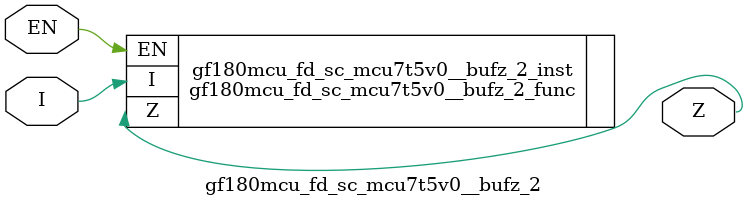
<source format=v>

module gf180mcu_fd_sc_mcu7t5v0__bufz_2( EN, I, Z );
input EN, I;
output Z;

   `ifdef FUNCTIONAL  //  functional //

	gf180mcu_fd_sc_mcu7t5v0__bufz_2_func gf180mcu_fd_sc_mcu7t5v0__bufz_2_behav_inst(.EN(EN),.I(I),.Z(Z));

   `else

	gf180mcu_fd_sc_mcu7t5v0__bufz_2_func gf180mcu_fd_sc_mcu7t5v0__bufz_2_inst(.EN(EN),.I(I),.Z(Z));

	// spec_gates_begin


	// spec_gates_end



   specify

	// specify_block_begin

	// comb arc EN --> Z
	 (EN => Z) = (1.0,1.0);

	// comb arc I --> Z
	 (I => Z) = (1.0,1.0);

	// specify_block_end

   endspecify

   `endif

endmodule

</source>
